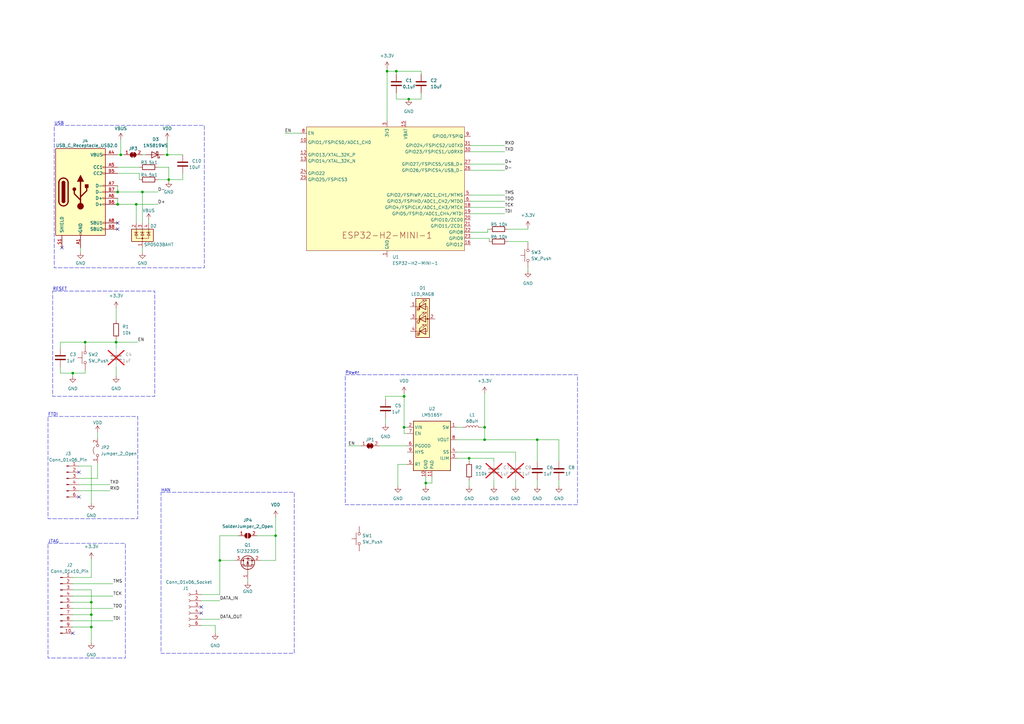
<source format=kicad_sch>
(kicad_sch (version 20230121) (generator eeschema)
  (paper "A3")
  (lib_symbols
    (symbol "Connector:Conn_01x06_Pin" (pin_names (offset 1.016) hide)
      (property "Reference" "J" (at 0 7.62 0))
      (property "Value" "Conn_01x06_Pin" (at 0 -10.16 0))
      (symbol "Conn_01x06_Pin_1_1"
        (polyline (pts (xy 1.27 -7.62) (xy 0.8636 -7.62)) (stroke (width 0.1524)))
        (polyline (pts (xy 1.27 -5.08) (xy 0.8636 -5.08)) (stroke (width 0.1524)))
        (polyline (pts (xy 1.27 -2.54) (xy 0.8636 -2.54)) (stroke (width 0.1524)))
        (polyline (pts (xy 1.27 0) (xy 0.8636 0)) (stroke (width 0.1524)))
        (polyline (pts (xy 1.27 2.54) (xy 0.8636 2.54)) (stroke (width 0.1524)))
        (polyline (pts (xy 1.27 5.08) (xy 0.8636 5.08)) (stroke (width 0.1524)))
        (rectangle (start 0.8636 -7.493) (end 0 -7.747) (stroke (width 0.1524)) (fill (type outline)))
        (rectangle (start 0.8636 -4.953) (end 0 -5.207) (stroke (width 0.1524)) (fill (type outline)))
        (rectangle (start 0.8636 -2.413) (end 0 -2.667) (stroke (width 0.1524)) (fill (type outline)))
        (rectangle (start 0.8636 0.127) (end 0 -0.127) (stroke (width 0.1524)) (fill (type outline)))
        (rectangle (start 0.8636 2.667) (end 0 2.413) (stroke (width 0.1524)) (fill (type outline)))
        (rectangle (start 0.8636 5.207) (end 0 4.953) (stroke (width 0.1524)) (fill (type outline)))
        (pin passive line (at 5.08 5.08 180) (length 3.81) (name "Pin_1") (number "1"))
        (pin passive line (at 5.08 2.54 180) (length 3.81) (name "Pin_2") (number "2"))
        (pin passive line (at 5.08 0 180) (length 3.81) (name "Pin_3") (number "3"))
        (pin passive line (at 5.08 -2.54 180) (length 3.81) (name "Pin_4") (number "4"))
        (pin passive line (at 5.08 -5.08 180) (length 3.81) (name "Pin_5") (number "5"))
        (pin passive line (at 5.08 -7.62 180) (length 3.81) (name "Pin_6") (number "6"))
      )
    )
    (symbol "Connector:Conn_01x06_Socket" (pin_names (offset 1.016) hide)
      (property "Reference" "J" (at 0 7.62 0))
      (property "Value" "Conn_01x06_Socket" (at 0 -10.16 0))
      (symbol "Conn_01x06_Socket_1_1"
        (arc (start 0 -7.112) (mid -0.5058 -7.62) (end 0 -8.128) (stroke (width 0.1524)))
        (arc (start 0 -4.572) (mid -0.5058 -5.08) (end 0 -5.588) (stroke (width 0.1524)))
        (arc (start 0 -2.032) (mid -0.5058 -2.54) (end 0 -3.048) (stroke (width 0.1524)))
        (polyline (pts (xy -1.27 -7.62) (xy -0.508 -7.62)) (stroke (width 0.1524)))
        (polyline (pts (xy -1.27 -5.08) (xy -0.508 -5.08)) (stroke (width 0.1524)))
        (polyline (pts (xy -1.27 -2.54) (xy -0.508 -2.54)) (stroke (width 0.1524)))
        (polyline (pts (xy -1.27 0) (xy -0.508 0)) (stroke (width 0.1524)))
        (polyline (pts (xy -1.27 2.54) (xy -0.508 2.54)) (stroke (width 0.1524)))
        (polyline (pts (xy -1.27 5.08) (xy -0.508 5.08)) (stroke (width 0.1524)))
        (arc (start 0 0.508) (mid -0.5058 0) (end 0 -0.508) (stroke (width 0.1524)))
        (arc (start 0 3.048) (mid -0.5058 2.54) (end 0 2.032) (stroke (width 0.1524)))
        (arc (start 0 5.588) (mid -0.5058 5.08) (end 0 4.572) (stroke (width 0.1524)))
        (pin passive line (at -5.08 5.08 0) (length 3.81) (name "Pin_1") (number "1"))
        (pin passive line (at -5.08 2.54 0) (length 3.81) (name "Pin_2") (number "2"))
        (pin passive line (at -5.08 0 0) (length 3.81) (name "Pin_3") (number "3"))
        (pin passive line (at -5.08 -2.54 0) (length 3.81) (name "Pin_4") (number "4"))
        (pin passive line (at -5.08 -5.08 0) (length 3.81) (name "Pin_5") (number "5"))
        (pin passive line (at -5.08 -7.62 0) (length 3.81) (name "Pin_6") (number "6"))
      )
    )
    (symbol "Connector:Conn_01x10_Pin" (pin_names (offset 1.016) hide)
      (property "Reference" "J" (at 0 12.7 0))
      (property "Value" "Conn_01x10_Pin" (at 0 -15.24 0))
      (symbol "Conn_01x10_Pin_1_1"
        (polyline (pts (xy 1.27 -12.7) (xy 0.8636 -12.7)) (stroke (width 0.1524)))
        (polyline (pts (xy 1.27 -10.16) (xy 0.8636 -10.16)) (stroke (width 0.1524)))
        (polyline (pts (xy 1.27 -7.62) (xy 0.8636 -7.62)) (stroke (width 0.1524)))
        (polyline (pts (xy 1.27 -5.08) (xy 0.8636 -5.08)) (stroke (width 0.1524)))
        (polyline (pts (xy 1.27 -2.54) (xy 0.8636 -2.54)) (stroke (width 0.1524)))
        (polyline (pts (xy 1.27 0) (xy 0.8636 0)) (stroke (width 0.1524)))
        (polyline (pts (xy 1.27 2.54) (xy 0.8636 2.54)) (stroke (width 0.1524)))
        (polyline (pts (xy 1.27 5.08) (xy 0.8636 5.08)) (stroke (width 0.1524)))
        (polyline (pts (xy 1.27 7.62) (xy 0.8636 7.62)) (stroke (width 0.1524)))
        (polyline (pts (xy 1.27 10.16) (xy 0.8636 10.16)) (stroke (width 0.1524)))
        (rectangle (start 0.8636 -12.573) (end 0 -12.827) (stroke (width 0.1524)) (fill (type outline)))
        (rectangle (start 0.8636 -10.033) (end 0 -10.287) (stroke (width 0.1524)) (fill (type outline)))
        (rectangle (start 0.8636 -7.493) (end 0 -7.747) (stroke (width 0.1524)) (fill (type outline)))
        (rectangle (start 0.8636 -4.953) (end 0 -5.207) (stroke (width 0.1524)) (fill (type outline)))
        (rectangle (start 0.8636 -2.413) (end 0 -2.667) (stroke (width 0.1524)) (fill (type outline)))
        (rectangle (start 0.8636 0.127) (end 0 -0.127) (stroke (width 0.1524)) (fill (type outline)))
        (rectangle (start 0.8636 2.667) (end 0 2.413) (stroke (width 0.1524)) (fill (type outline)))
        (rectangle (start 0.8636 5.207) (end 0 4.953) (stroke (width 0.1524)) (fill (type outline)))
        (rectangle (start 0.8636 7.747) (end 0 7.493) (stroke (width 0.1524)) (fill (type outline)))
        (rectangle (start 0.8636 10.287) (end 0 10.033) (stroke (width 0.1524)) (fill (type outline)))
        (pin passive line (at 5.08 10.16 180) (length 3.81) (name "Pin_1") (number "1"))
        (pin passive line (at 5.08 -12.7 180) (length 3.81) (name "Pin_10") (number "10"))
        (pin passive line (at 5.08 7.62 180) (length 3.81) (name "Pin_2") (number "2"))
        (pin passive line (at 5.08 5.08 180) (length 3.81) (name "Pin_3") (number "3"))
        (pin passive line (at 5.08 2.54 180) (length 3.81) (name "Pin_4") (number "4"))
        (pin passive line (at 5.08 0 180) (length 3.81) (name "Pin_5") (number "5"))
        (pin passive line (at 5.08 -2.54 180) (length 3.81) (name "Pin_6") (number "6"))
        (pin passive line (at 5.08 -5.08 180) (length 3.81) (name "Pin_7") (number "7"))
        (pin passive line (at 5.08 -7.62 180) (length 3.81) (name "Pin_8") (number "8"))
        (pin passive line (at 5.08 -10.16 180) (length 3.81) (name "Pin_9") (number "9"))
      )
    )
    (symbol "Connector:USB_C_Receptacle_USB2.0" (pin_names (offset 1.016))
      (property "Reference" "J" (at -10.16 19.05 0))
      (property "Value" "USB_C_Receptacle_USB2.0" (at 19.05 19.05 0))
      (symbol "USB_C_Receptacle_USB2.0_0_0"
        (rectangle (start -0.254 -17.78) (end 0.254 -16.764))
        (rectangle (start 10.16 -14.986) (end 9.144 -15.494))
        (rectangle (start 10.16 -12.446) (end 9.144 -12.954))
        (rectangle (start 10.16 -4.826) (end 9.144 -5.334))
        (rectangle (start 10.16 -2.286) (end 9.144 -2.794))
        (rectangle (start 10.16 0.254) (end 9.144 -0.254))
        (rectangle (start 10.16 2.794) (end 9.144 2.286))
        (rectangle (start 10.16 7.874) (end 9.144 7.366))
        (rectangle (start 10.16 10.414) (end 9.144 9.906))
        (rectangle (start 10.16 15.494) (end 9.144 14.986))
      )
      (symbol "USB_C_Receptacle_USB2.0_0_1"
        (rectangle (start -10.16 17.78) (end 10.16 -17.78) (stroke (width 0.254)) (fill (type background)))
        (arc (start -8.89 -3.81) (mid -6.985 -5.7067) (end -5.08 -3.81) (stroke (width 0.508)))
        (arc (start -7.62 -3.81) (mid -6.985 -4.4423) (end -6.35 -3.81) (stroke (width 0.254)))
        (arc (start -7.62 -3.81) (mid -6.985 -4.4423) (end -6.35 -3.81) (stroke (width 0.254)) (fill (type outline)))
        (rectangle (start -7.62 -3.81) (end -6.35 3.81) (stroke (width 0.254)) (fill (type outline)))
        (arc (start -6.35 3.81) (mid -6.985 4.4423) (end -7.62 3.81) (stroke (width 0.254)))
        (arc (start -6.35 3.81) (mid -6.985 4.4423) (end -7.62 3.81) (stroke (width 0.254)) (fill (type outline)))
        (arc (start -5.08 3.81) (mid -6.985 5.7067) (end -8.89 3.81) (stroke (width 0.508)))
        (circle (center -2.54 1.143) (radius 0.635) (stroke (width 0.254)) (fill (type outline)))
        (circle (center 0 -5.842) (radius 1.27) (fill (type outline)))
        (polyline (pts (xy -8.89 -3.81) (xy -8.89 3.81)) (stroke (width 0.508)))
        (polyline (pts (xy -5.08 3.81) (xy -5.08 -3.81)) (stroke (width 0.508)))
        (polyline (pts (xy 0 -5.842) (xy 0 4.318)) (stroke (width 0.508)))
        (polyline (pts (xy 0 -3.302) (xy -2.54 -0.762) (xy -2.54 0.508)) (stroke (width 0.508)))
        (polyline (pts (xy 0 -2.032) (xy 2.54 0.508) (xy 2.54 1.778)) (stroke (width 0.508)))
        (polyline (pts (xy -1.27 4.318) (xy 0 6.858) (xy 1.27 4.318) (xy -1.27 4.318)) (stroke (width 0.254)) (fill (type outline)))
        (rectangle (start 1.905 1.778) (end 3.175 3.048) (stroke (width 0.254)) (fill (type outline)))
      )
      (symbol "USB_C_Receptacle_USB2.0_1_1"
        (pin passive line (at 0 -22.86 90) (length 5.08) (name "GND") (number "A1"))
        (pin passive line (at 0 -22.86 90) (length 5.08) hide (name "GND") (number "A12"))
        (pin passive line (at 15.24 15.24 180) (length 5.08) (name "VBUS") (number "A4"))
        (pin bidirectional line (at 15.24 10.16 180) (length 5.08) (name "CC1") (number "A5"))
        (pin bidirectional line (at 15.24 -2.54 180) (length 5.08) (name "D+") (number "A6"))
        (pin bidirectional line (at 15.24 2.54 180) (length 5.08) (name "D-") (number "A7"))
        (pin bidirectional line (at 15.24 -12.7 180) (length 5.08) (name "SBU1") (number "A8"))
        (pin passive line (at 15.24 15.24 180) (length 5.08) hide (name "VBUS") (number "A9"))
        (pin passive line (at 0 -22.86 90) (length 5.08) hide (name "GND") (number "B1"))
        (pin passive line (at 0 -22.86 90) (length 5.08) hide (name "GND") (number "B12"))
        (pin passive line (at 15.24 15.24 180) (length 5.08) hide (name "VBUS") (number "B4"))
        (pin bidirectional line (at 15.24 7.62 180) (length 5.08) (name "CC2") (number "B5"))
        (pin bidirectional line (at 15.24 -5.08 180) (length 5.08) (name "D+") (number "B6"))
        (pin bidirectional line (at 15.24 0 180) (length 5.08) (name "D-") (number "B7"))
        (pin bidirectional line (at 15.24 -15.24 180) (length 5.08) (name "SBU2") (number "B8"))
        (pin passive line (at 15.24 15.24 180) (length 5.08) hide (name "VBUS") (number "B9"))
        (pin passive line (at -7.62 -22.86 90) (length 5.08) (name "SHIELD") (number "S1"))
      )
    )
    (symbol "Device:C" (pin_numbers hide) (pin_names (offset 0.254))
      (property "Reference" "C" (at 0.635 2.54 0))
      (property "Value" "C" (at 0.635 -2.54 0))
      (symbol "C_0_1"
        (polyline (pts (xy -2.032 -0.762) (xy 2.032 -0.762)) (stroke (width 0.508)))
        (polyline (pts (xy -2.032 0.762) (xy 2.032 0.762)) (stroke (width 0.508)))
      )
      (symbol "C_1_1"
        (pin passive line (at 0 3.81 270) (length 2.794) (name "~") (number "1"))
        (pin passive line (at 0 -3.81 90) (length 2.794) (name "~") (number "2"))
      )
    )
    (symbol "Device:L" (pin_numbers hide) (pin_names (offset 1.016) hide)
      (property "Reference" "L" (at -1.27 0 90))
      (property "Value" "L" (at 1.905 0 90))
      (symbol "L_0_1"
        (arc (start 0 -2.54) (mid 0.6323 -1.905) (end 0 -1.27))
        (arc (start 0 -1.27) (mid 0.6323 -0.635) (end 0 0))
        (arc (start 0 0) (mid 0.6323 0.635) (end 0 1.27))
        (arc (start 0 1.27) (mid 0.6323 1.905) (end 0 2.54))
      )
      (symbol "L_1_1"
        (pin passive line (at 0 3.81 270) (length 1.27) (name "1") (number "1"))
        (pin passive line (at 0 -3.81 90) (length 1.27) (name "2") (number "2"))
      )
    )
    (symbol "Device:LED_RAGB" (pin_names (offset 0) hide)
      (property "Reference" "D" (at 0 9.398 0))
      (property "Value" "LED_RAGB" (at 0 -8.89 0))
      (symbol "LED_RAGB_0_0"
        (text "B" (at -1.905 -6.35 0) (effects (font (size 1.27 1.27))))
        (text "G" (at -1.905 -1.27 0) (effects (font (size 1.27 1.27))))
        (text "R" (at -1.905 3.81 0) (effects (font (size 1.27 1.27))))
      )
      (symbol "LED_RAGB_0_1"
        (polyline (pts (xy -1.27 -5.08) (xy -2.54 -5.08)))
        (polyline (pts (xy -1.27 -5.08) (xy 1.27 -5.08)))
        (polyline (pts (xy -1.27 -3.81) (xy -1.27 -6.35)) (stroke (width 0.254)))
        (polyline (pts (xy -1.27 0) (xy -2.54 0)))
        (polyline (pts (xy -1.27 1.27) (xy -1.27 -1.27)) (stroke (width 0.254)))
        (polyline (pts (xy -1.27 5.08) (xy -2.54 5.08)))
        (polyline (pts (xy -1.27 5.08) (xy 1.27 5.08)))
        (polyline (pts (xy -1.27 6.35) (xy -1.27 3.81)) (stroke (width 0.254)))
        (polyline (pts (xy 1.27 0) (xy -1.27 0)))
        (polyline (pts (xy 1.27 0) (xy 2.54 0)))
        (polyline (pts (xy -1.27 1.27) (xy -1.27 -1.27) (xy -1.27 -1.27)))
        (polyline (pts (xy -1.27 6.35) (xy -1.27 3.81) (xy -1.27 3.81)))
        (polyline (pts (xy 1.27 -5.08) (xy 2.032 -5.08) (xy 2.032 5.08) (xy 1.27 5.08)))
        (polyline (pts (xy 1.27 -3.81) (xy 1.27 -6.35) (xy -1.27 -5.08) (xy 1.27 -3.81)) (stroke (width 0.254)))
        (polyline (pts (xy 1.27 1.27) (xy 1.27 -1.27) (xy -1.27 0) (xy 1.27 1.27)) (stroke (width 0.254)))
        (polyline (pts (xy 1.27 6.35) (xy 1.27 3.81) (xy -1.27 5.08) (xy 1.27 6.35)) (stroke (width 0.254)))
        (polyline (pts (xy -1.016 -3.81) (xy 0.508 -2.286) (xy -0.254 -2.286) (xy 0.508 -2.286) (xy 0.508 -3.048)))
        (polyline (pts (xy -1.016 1.27) (xy 0.508 2.794) (xy -0.254 2.794) (xy 0.508 2.794) (xy 0.508 2.032)))
        (polyline (pts (xy -1.016 6.35) (xy 0.508 7.874) (xy -0.254 7.874) (xy 0.508 7.874) (xy 0.508 7.112)))
        (polyline (pts (xy 0 -3.81) (xy 1.524 -2.286) (xy 0.762 -2.286) (xy 1.524 -2.286) (xy 1.524 -3.048)))
        (polyline (pts (xy 0 1.27) (xy 1.524 2.794) (xy 0.762 2.794) (xy 1.524 2.794) (xy 1.524 2.032)))
        (polyline (pts (xy 0 6.35) (xy 1.524 7.874) (xy 0.762 7.874) (xy 1.524 7.874) (xy 1.524 7.112)))
        (rectangle (start 1.27 -1.27) (end 1.27 1.27))
        (rectangle (start 1.27 1.27) (end 1.27 1.27))
        (rectangle (start 1.27 3.81) (end 1.27 6.35))
        (rectangle (start 1.27 6.35) (end 1.27 6.35))
        (circle (center 2.032 0) (radius 0.254) (fill (type outline)))
        (rectangle (start 2.794 8.382) (end -2.794 -7.62) (stroke (width 0.254)) (fill (type background)))
      )
      (symbol "LED_RAGB_1_1"
        (pin passive line (at -5.08 5.08 0) (length 2.54) (name "RK") (number "1"))
        (pin passive line (at 5.08 0 180) (length 2.54) (name "A") (number "2"))
        (pin passive line (at -5.08 0 0) (length 2.54) (name "GK") (number "3"))
        (pin passive line (at -5.08 -5.08 0) (length 2.54) (name "BK") (number "4"))
      )
    )
    (symbol "Device:R" (pin_numbers hide) (pin_names (offset 0))
      (property "Reference" "R" (at 2.032 0 90))
      (property "Value" "R" (at 0 0 90))
      (symbol "R_0_1"
        (rectangle (start -1.016 -2.54) (end 1.016 2.54) (stroke (width 0.254)))
      )
      (symbol "R_1_1"
        (pin passive line (at 0 3.81 270) (length 1.27) (name "~") (number "1"))
        (pin passive line (at 0 -3.81 90) (length 1.27) (name "~") (number "2"))
      )
    )
    (symbol "Diode:1N5819WS" (pin_numbers hide) (pin_names (offset 1.016) hide)
      (property "Reference" "D" (at 0 2.54 0))
      (property "Value" "1N5819WS" (at 0 -2.54 0))
      (symbol "1N5819WS_0_1"
        (polyline (pts (xy 1.27 0) (xy -1.27 0)))
        (polyline (pts (xy 1.27 1.27) (xy 1.27 -1.27) (xy -1.27 0) (xy 1.27 1.27)) (stroke (width 0.254)))
        (polyline (pts (xy -1.905 0.635) (xy -1.905 1.27) (xy -1.27 1.27) (xy -1.27 -1.27) (xy -0.635 -1.27) (xy -0.635 -0.635)) (stroke (width 0.254)))
      )
      (symbol "1N5819WS_1_1"
        (pin passive line (at -3.81 0 0) (length 2.54) (name "K") (number "1"))
        (pin passive line (at 3.81 0 180) (length 2.54) (name "A") (number "2"))
      )
    )
    (symbol "Jumper:Jumper_2_Open" (pin_names (offset 0) hide)
      (property "Reference" "JP" (at 0 2.794 0))
      (property "Value" "Jumper_2_Open" (at 0 -2.286 0))
      (symbol "Jumper_2_Open_0_0"
        (circle (center -2.032 0) (radius 0.508))
        (circle (center 2.032 0) (radius 0.508))
      )
      (symbol "Jumper_2_Open_0_1"
        (arc (start 1.524 1.27) (mid 0 1.778) (end -1.524 1.27))
      )
      (symbol "Jumper_2_Open_1_1"
        (pin passive line (at -5.08 0 0) (length 2.54) (name "A") (number "1"))
        (pin passive line (at 5.08 0 180) (length 2.54) (name "B") (number "2"))
      )
    )
    (symbol "Jumper:SolderJumper_2_Bridged" (pin_names (offset 0) hide)
      (property "Reference" "JP" (at 0 2.032 0))
      (property "Value" "SolderJumper_2_Bridged" (at 0 -2.54 0))
      (symbol "SolderJumper_2_Bridged_0_1"
        (rectangle (start -0.508 0.508) (end 0.508 -0.508) (fill (type outline)))
        (arc (start -0.254 1.016) (mid -1.2656 0) (end -0.254 -1.016))
        (arc (start -0.254 1.016) (mid -1.2656 0) (end -0.254 -1.016) (fill (type outline)))
        (polyline (pts (xy -0.254 1.016) (xy -0.254 -1.016)))
        (polyline (pts (xy 0.254 1.016) (xy 0.254 -1.016)))
        (arc (start 0.254 -1.016) (mid 1.2656 0) (end 0.254 1.016))
        (arc (start 0.254 -1.016) (mid 1.2656 0) (end 0.254 1.016) (fill (type outline)))
      )
      (symbol "SolderJumper_2_Bridged_1_1"
        (pin passive line (at -3.81 0 0) (length 2.54) (name "A") (number "1"))
        (pin passive line (at 3.81 0 180) (length 2.54) (name "B") (number "2"))
      )
    )
    (symbol "Jumper:SolderJumper_2_Open" (pin_names (offset 0) hide)
      (property "Reference" "JP" (at 0 2.032 0))
      (property "Value" "SolderJumper_2_Open" (at 0 -2.54 0))
      (symbol "SolderJumper_2_Open_0_1"
        (arc (start -0.254 1.016) (mid -1.2656 0) (end -0.254 -1.016))
        (arc (start -0.254 1.016) (mid -1.2656 0) (end -0.254 -1.016) (fill (type outline)))
        (polyline (pts (xy -0.254 1.016) (xy -0.254 -1.016)))
        (polyline (pts (xy 0.254 1.016) (xy 0.254 -1.016)))
        (arc (start 0.254 -1.016) (mid 1.2656 0) (end 0.254 1.016))
        (arc (start 0.254 -1.016) (mid 1.2656 0) (end 0.254 1.016) (fill (type outline)))
      )
      (symbol "SolderJumper_2_Open_1_1"
        (pin passive line (at -3.81 0 0) (length 2.54) (name "A") (number "1"))
        (pin passive line (at 3.81 0 180) (length 2.54) (name "B") (number "2"))
      )
    )
    (symbol "PCM_Espressif:ESP32-H2-MINI-1"
      (property "Reference" "U" (at -33.02 30.48 0))
      (property "Value" "ESP32-H2-MINI-1" (at -33.02 27.94 0))
      (symbol "ESP32-H2-MINI-1_0_1"
        (rectangle (start -33.02 25.4) (end 31.75 -25.4) (fill (type background)))
      )
      (symbol "ESP32-H2-MINI-1_1_0"
        (text "ESP32-H2-MINI-1" (at 0 -19.05 0) (effects (font (size 2.54 2.54))))
        (pin bidirectional line (at -35.56 19.05 0) (length 2.54) (name "GPIO1/FSPICS0/ADC1_CH0") (number "10"))
        (pin no_connect line (at -35.56 -13.97 0) (length 2.54) hide (name "NC") (number "17"))
        (pin bidirectional line (at -35.56 6.35 0) (length 2.54) (name "GPIO22") (number "24"))
        (pin bidirectional line (at -35.56 3.81 0) (length 2.54) (name "GPIO25/FSPICS3") (number "25"))
        (pin no_connect line (at -35.56 -13.97 0) (length 2.54) hide (name "NC") (number "28"))
        (pin no_connect line (at -35.56 -13.97 0) (length 2.54) hide (name "NC") (number "29"))
        (pin no_connect line (at -35.56 -13.97 0) (length 2.54) hide (name "NC") (number "32"))
        (pin no_connect line (at -35.56 -13.97 0) (length 2.54) hide (name "NC") (number "33"))
        (pin no_connect line (at -35.56 -13.97 0) (length 2.54) hide (name "NC") (number "34"))
        (pin no_connect line (at -35.56 -13.97 0) (length 2.54) hide (name "NC") (number "35"))
        (pin no_connect line (at -35.56 -13.97 0) (length 2.54) hide (name "NC") (number "4"))
        (pin no_connect line (at -35.56 -13.97 0) (length 2.54) hide (name "NC") (number "7"))
        (pin bidirectional line (at 34.29 21.59 180) (length 2.54) (name "GPIO0/FSPIQ") (number "9"))
      )
      (symbol "ESP32-H2-MINI-1_1_1"
        (pin power_in line (at 0 -27.94 90) (length 2.54) (name "GND") (number "1"))
        (pin passive line (at 0 -27.94 90) (length 2.54) hide (name "GND") (number "11"))
        (pin bidirectional line (at -35.56 13.97 0) (length 2.54) (name "GPIO13/XTAL_32K_P") (number "12"))
        (pin bidirectional line (at -35.56 11.43 0) (length 2.54) (name "GPIO14/XTAL_32K_N") (number "13"))
        (pin passive line (at 0 -27.94 90) (length 2.54) hide (name "GND") (number "14"))
        (pin input line (at 7.62 27.94 270) (length 2.54) (name "VBAT") (number "15"))
        (pin bidirectional line (at 34.29 -22.86 180) (length 2.54) (name "GPIO12") (number "16"))
        (pin bidirectional line (at 34.29 -7.62 180) (length 2.54) (name "GPIO4/FSPICLK/ADC1_CH3/MTCK") (number "18"))
        (pin bidirectional line (at 34.29 -10.16 180) (length 2.54) (name "GPIO5/FSPID/ADC1_CH4/MTDI") (number "19"))
        (pin passive line (at 0 -27.94 90) (length 2.54) hide (name "GND") (number "2"))
        (pin bidirectional line (at 34.29 -12.7 180) (length 2.54) (name "GPIO10/ZCD0") (number "20"))
        (pin bidirectional line (at 34.29 -15.24 180) (length 2.54) (name "GPIO11/ZCD1") (number "21"))
        (pin bidirectional line (at 34.29 -17.78 180) (length 2.54) (name "GPIO8") (number "22"))
        (pin bidirectional line (at 34.29 -20.32 180) (length 2.54) (name "GPIO9") (number "23"))
        (pin bidirectional line (at 34.29 7.62 180) (length 2.54) (name "GPIO26/FSPICS4/USB_D-") (number "26"))
        (pin bidirectional line (at 34.29 10.16 180) (length 2.54) (name "GPIO27/FSPICS5/USB_D+") (number "27"))
        (pin power_in line (at 0 27.94 270) (length 2.54) (name "3V3") (number "3"))
        (pin bidirectional line (at 34.29 15.24 180) (length 2.54) (name "GPIO23/FSPICS1/U0RXD") (number "30"))
        (pin bidirectional line (at 34.29 17.78 180) (length 2.54) (name "GPIO24/FSPICS2/U0TXD") (number "31"))
        (pin passive line (at 0 -27.94 90) (length 2.54) hide (name "GND") (number "36"))
        (pin passive line (at 0 -27.94 90) (length 2.54) hide (name "GND") (number "37"))
        (pin passive line (at 0 -27.94 90) (length 2.54) hide (name "GND") (number "38"))
        (pin passive line (at 0 -27.94 90) (length 2.54) hide (name "GND") (number "39"))
        (pin passive line (at 0 -27.94 90) (length 2.54) hide (name "GND") (number "40"))
        (pin passive line (at 0 -27.94 90) (length 2.54) hide (name "GND") (number "41"))
        (pin passive line (at 0 -27.94 90) (length 2.54) hide (name "GND") (number "42"))
        (pin passive line (at 0 -27.94 90) (length 2.54) hide (name "GND") (number "43"))
        (pin passive line (at 0 -27.94 90) (length 2.54) hide (name "GND") (number "44"))
        (pin passive line (at 0 -27.94 90) (length 2.54) hide (name "GND") (number "45"))
        (pin passive line (at 0 -27.94 90) (length 2.54) hide (name "GND") (number "46"))
        (pin passive line (at 0 -27.94 90) (length 2.54) hide (name "GND") (number "47"))
        (pin passive line (at 0 -27.94 90) (length 2.54) hide (name "GND") (number "48"))
        (pin passive line (at 0 -27.94 90) (length 2.54) hide (name "GND") (number "49"))
        (pin bidirectional line (at 34.29 -2.54 180) (length 2.54) (name "GPIO2/FSPIWP/ADC1_CH1/MTMS") (number "5"))
        (pin passive line (at 0 -27.94 90) (length 2.54) hide (name "GND") (number "50"))
        (pin passive line (at 0 -27.94 90) (length 2.54) hide (name "GND") (number "51"))
        (pin passive line (at 0 -27.94 90) (length 2.54) hide (name "GND") (number "52"))
        (pin passive line (at 0 -27.94 90) (length 2.54) hide (name "GND") (number "53"))
        (pin bidirectional line (at 34.29 -5.08 180) (length 2.54) (name "GPIO3/FSPIHD/ADC1_CH2/MTDO") (number "6"))
        (pin input line (at -35.56 22.86 0) (length 2.54) (name "EN") (number "8"))
      )
    )
    (symbol "Power_Protection:SP0503BAHT" (pin_names hide)
      (property "Reference" "D" (at 5.715 2.54 0))
      (property "Value" "SP0503BAHT" (at 5.715 0.635 0))
      (symbol "SP0503BAHT_0_0"
        (pin passive line (at 0 -5.08 90) (length 2.54) (name "A") (number "1"))
      )
      (symbol "SP0503BAHT_0_1"
        (rectangle (start -4.445 2.54) (end 4.445 -2.54) (stroke (width 0.254)) (fill (type background)))
        (circle (center 0 -1.27) (radius 0.254) (fill (type outline)))
        (polyline (pts (xy -2.54 2.54) (xy -2.54 1.27)))
        (polyline (pts (xy 0 -1.27) (xy 0 -2.54)))
        (polyline (pts (xy 0 -1.27) (xy 0 1.27)))
        (polyline (pts (xy 0 2.54) (xy 0 1.27)))
        (polyline (pts (xy 0.635 1.27) (xy 0.762 1.27)))
        (polyline (pts (xy 2.54 2.54) (xy 2.54 1.27)))
        (polyline (pts (xy 0.635 1.27) (xy -0.762 1.27) (xy -0.762 1.016)))
        (polyline (pts (xy -3.302 1.016) (xy -3.302 1.27) (xy -1.905 1.27) (xy -1.778 1.27)))
        (polyline (pts (xy -2.54 1.27) (xy -2.54 -1.27) (xy 2.54 -1.27) (xy 2.54 1.27)))
        (polyline (pts (xy -2.54 1.27) (xy -1.905 0) (xy -3.175 0) (xy -2.54 1.27)))
        (polyline (pts (xy 0.635 0) (xy -0.635 0) (xy 0 1.27) (xy 0.635 0)))
        (polyline (pts (xy 1.778 1.016) (xy 1.778 1.27) (xy 3.175 1.27) (xy 3.302 1.27)))
        (polyline (pts (xy 2.54 1.27) (xy 1.905 0) (xy 3.175 0) (xy 2.54 1.27)))
      )
      (symbol "SP0503BAHT_1_1"
        (pin passive line (at -2.54 5.08 270) (length 2.54) (name "K") (number "2"))
        (pin passive line (at 0 5.08 270) (length 2.54) (name "K") (number "3"))
        (pin passive line (at 2.54 5.08 270) (length 2.54) (name "K") (number "4"))
      )
    )
    (symbol "Regulator_Switching:LM5165Y"
      (property "Reference" "U" (at -7.62 11.43 0))
      (property "Value" "LM5165Y" (at 7.62 11.43 0))
      (symbol "LM5165Y_0_1"
        (rectangle (start -7.62 10.16) (end 7.62 -10.16) (stroke (width 0.254)) (fill (type background)))
      )
      (symbol "LM5165Y_1_1"
        (pin power_out line (at 10.16 7.62 180) (length 2.54) (name "SW") (number "1"))
        (pin power_in line (at -2.54 -12.7 90) (length 2.54) (name "GND") (number "10"))
        (pin power_in line (at 0 -12.7 90) (length 2.54) (name "PAD") (number "11"))
        (pin power_in line (at -10.16 7.62 0) (length 2.54) (name "VIN") (number "2"))
        (pin input line (at 10.16 -5.08 180) (length 2.54) (name "ILIM") (number "3"))
        (pin input line (at 10.16 -2.54 180) (length 2.54) (name "SS") (number "4"))
        (pin input line (at -10.16 -7.62 0) (length 2.54) (name "RT") (number "5"))
        (pin output line (at -10.16 0 0) (length 2.54) (name "PGOOD") (number "6"))
        (pin input line (at -10.16 5.08 0) (length 2.54) (name "EN") (number "7"))
        (pin input line (at 10.16 2.54 180) (length 2.54) (name "VOUT") (number "8"))
        (pin output line (at -10.16 -2.54 0) (length 2.54) (name "HYS") (number "9"))
      )
    )
    (symbol "Switch:SW_Push" (pin_numbers hide) (pin_names (offset 1.016) hide)
      (property "Reference" "SW" (at 1.27 2.54 0))
      (property "Value" "SW_Push" (at 0 -1.524 0))
      (symbol "SW_Push_0_1"
        (circle (center -2.032 0) (radius 0.508))
        (polyline (pts (xy 0 1.27) (xy 0 3.048)))
        (polyline (pts (xy 2.54 1.27) (xy -2.54 1.27)))
        (circle (center 2.032 0) (radius 0.508))
        (pin passive line (at -5.08 0 0) (length 2.54) (name "1") (number "1"))
        (pin passive line (at 5.08 0 180) (length 2.54) (name "2") (number "2"))
      )
    )
    (symbol "power:+3.3V" (power) (pin_names (offset 0))
      (property "Value" "+3.3V" (at 0 3.556 0))
      (symbol "+3.3V_0_1"
        (polyline (pts (xy -0.762 1.27) (xy 0 2.54)))
        (polyline (pts (xy 0 0) (xy 0 2.54)))
        (polyline (pts (xy 0 2.54) (xy 0.762 1.27)))
      )
      (symbol "+3.3V_1_1"
        (pin power_in line (at 0 0 90) (length 0) hide (name "+3.3V") (number "1"))
      )
    )
    (symbol "power:GND" (power) (pin_names (offset 0))
      (property "Value" "GND" (at 0 -3.81 0))
      (symbol "GND_0_1"
        (polyline (pts (xy 0 0) (xy 0 -1.27) (xy 1.27 -1.27) (xy 0 -2.54) (xy -1.27 -1.27) (xy 0 -1.27)))
      )
      (symbol "GND_1_1"
        (pin power_in line (at 0 0 270) (length 0) hide (name "GND") (number "1"))
      )
    )
    (symbol "power:VBUS" (power) (pin_names (offset 0))
      (property "Value" "VBUS" (at 0 3.81 0))
      (symbol "VBUS_0_1"
        (polyline (pts (xy -0.762 1.27) (xy 0 2.54)))
        (polyline (pts (xy 0 0) (xy 0 2.54)))
        (polyline (pts (xy 0 2.54) (xy 0.762 1.27)))
      )
      (symbol "VBUS_1_1"
        (pin power_in line (at 0 0 90) (length 0) hide (name "VBUS") (number "1"))
      )
    )
    (symbol "power:VDD" (power) (pin_names (offset 0))
      (property "Value" "VDD" (at 0 3.81 0))
      (symbol "VDD_0_1"
        (polyline (pts (xy -0.762 1.27) (xy 0 2.54)))
        (polyline (pts (xy 0 0) (xy 0 2.54)))
        (polyline (pts (xy 0 2.54) (xy 0.762 1.27)))
      )
      (symbol "VDD_1_1"
        (pin power_in line (at 0 0 90) (length 0) hide (name "VDD") (number "1"))
      )
    )
    (symbol "zk:Si2323DS" (pin_names hide)
      (property "Reference" "Q" (at 5.08 1.905 0))
      (property "Value" "Si2323DS" (at 5.08 0 0))
      (symbol "Si2323DS_0_1"
        (polyline (pts (xy 0.254 0) (xy -2.54 0)))
        (polyline (pts (xy 0.254 1.905) (xy 0.254 -1.905)) (stroke (width 0.254)))
        (polyline (pts (xy 0.762 -1.27) (xy 0.762 -2.286)) (stroke (width 0.254)))
        (polyline (pts (xy 0.762 0.508) (xy 0.762 -0.508)) (stroke (width 0.254)))
        (polyline (pts (xy 0.762 2.286) (xy 0.762 1.27)) (stroke (width 0.254)))
        (polyline (pts (xy 2.54 2.54) (xy 2.54 1.778)))
        (polyline (pts (xy 2.54 -2.54) (xy 2.54 0) (xy 0.762 0)))
        (polyline (pts (xy 0.762 1.778) (xy 3.302 1.778) (xy 3.302 -1.778) (xy 0.762 -1.778)))
        (polyline (pts (xy 2.286 0) (xy 1.27 0.381) (xy 1.27 -0.381) (xy 2.286 0)) (fill (type outline)))
        (polyline (pts (xy 2.794 -0.508) (xy 2.921 -0.381) (xy 3.683 -0.381) (xy 3.81 -0.254)))
        (polyline (pts (xy 3.302 -0.381) (xy 2.921 0.254) (xy 3.683 0.254) (xy 3.302 -0.381)))
        (circle (center 1.651 0) (radius 2.794) (stroke (width 0.254)))
        (circle (center 2.54 -1.778) (radius 0.254) (fill (type outline)))
        (circle (center 2.54 1.778) (radius 0.254) (fill (type outline)))
      )
      (symbol "Si2323DS_1_1"
        (pin input line (at -5.08 0 0) (length 2.54) (name "G") (number "1"))
        (pin passive line (at 2.54 -5.08 90) (length 2.54) (name "S") (number "2"))
        (pin passive line (at 2.54 5.08 270) (length 2.54) (name "D") (number "3"))
      )
    )
  )
  (junction (at 158.75 29.21))
  (junction (at 90.17 229.87))
  (junction (at 69.215 73.66))
  (junction (at 113.03 219.71))
  (junction (at 167.64 40.64))
  (junction (at 47.625 140.335))
  (junction (at 165.735 175.26))
  (junction (at 34.925 140.335))
  (junction (at 198.755 175.26))
  (junction (at 174.625 198.12))
  (junction (at 58.42 78.74))
  (junction (at 198.755 180.34))
  (junction (at 68.58 63.5))
  (junction (at 29.845 153.035))
  (junction (at 55.88 83.82))
  (junction (at 48.26 78.74))
  (junction (at 37.465 257.175))
  (junction (at 165.735 162.56))
  (junction (at 192.405 187.96))
  (junction (at 37.465 252.095))
  (junction (at 162.56 29.21))
  (junction (at 49.53 63.5))
  (junction (at 48.26 83.82))
  (junction (at 220.345 180.34))
  (junction (at 37.465 247.015))
  (no_connect (at 25.4 101.6))
  (no_connect (at 82.55 248.92))
  (no_connect (at 29.845 259.715))
  (no_connect (at 82.55 251.46))
  (no_connect (at 32.385 193.675))
  (no_connect (at 32.385 203.835))
  (no_connect (at 48.26 91.44))
  (no_connect (at 48.26 93.98))
  (wire (pts (xy 187.325 185.42) (xy 211.455 185.42)))
  (wire (pts (xy 101.6 237.49) (xy 101.6 238.76)))
  (wire (pts (xy 58.42 78.74) (xy 58.42 91.44)))
  (wire (pts (xy 193.04 69.85) (xy 207.01 69.85)))
  (wire (pts (xy 24.765 142.875) (xy 24.765 140.335)))
  (wire (pts (xy 198.755 161.29) (xy 198.755 175.26)))
  (wire (pts (xy 193.04 85.09) (xy 207.01 85.09)))
  (wire (pts (xy 155.575 182.88) (xy 167.005 182.88)))
  (wire (pts (xy 192.405 187.96) (xy 192.405 189.23)))
  (wire (pts (xy 60.96 90.17) (xy 60.96 91.44)))
  (wire (pts (xy 113.03 219.71) (xy 113.03 212.09)))
  (wire (pts (xy 47.625 140.335) (xy 56.515 140.335)))
  (wire (pts (xy 177.165 198.12) (xy 174.625 198.12)))
  (wire (pts (xy 220.345 180.34) (xy 229.235 180.34)))
  (wire (pts (xy 58.42 78.74) (xy 64.77 78.74)))
  (wire (pts (xy 82.55 243.84) (xy 90.17 243.84)))
  (wire (pts (xy 162.56 29.21) (xy 162.56 30.48)))
  (wire (pts (xy 158.115 162.56) (xy 165.735 162.56)))
  (wire (pts (xy 163.195 190.5) (xy 163.195 199.39)))
  (wire (pts (xy 37.465 252.095) (xy 37.465 257.175)))
  (wire (pts (xy 47.625 126.365) (xy 47.625 131.445)))
  (wire (pts (xy 200.025 93.98) (xy 200.025 95.25)))
  (wire (pts (xy 192.405 196.85) (xy 192.405 199.39)))
  (wire (pts (xy 32.385 201.295) (xy 45.085 201.295)))
  (wire (pts (xy 29.845 257.175) (xy 37.465 257.175)))
  (wire (pts (xy 24.765 140.335) (xy 34.925 140.335)))
  (wire (pts (xy 172.72 38.1) (xy 172.72 40.64)))
  (wire (pts (xy 33.02 101.6) (xy 33.02 103.505)))
  (wire (pts (xy 34.925 153.035) (xy 34.925 151.765)))
  (wire (pts (xy 67.31 63.5) (xy 68.58 63.5)))
  (wire (pts (xy 74.93 71.12) (xy 74.93 73.66)))
  (wire (pts (xy 216.535 93.345) (xy 216.535 93.98)))
  (wire (pts (xy 202.565 189.23) (xy 202.565 187.96)))
  (wire (pts (xy 216.535 99.695) (xy 216.535 99.06)))
  (wire (pts (xy 49.53 57.15) (xy 49.53 63.5)))
  (wire (pts (xy 29.845 153.035) (xy 34.925 153.035)))
  (wire (pts (xy 220.345 180.34) (xy 220.345 189.23)))
  (wire (pts (xy 158.115 171.45) (xy 158.115 173.99)))
  (wire (pts (xy 193.04 59.69) (xy 207.01 59.69)))
  (wire (pts (xy 193.04 80.01) (xy 207.01 80.01)))
  (wire (pts (xy 211.455 196.85) (xy 211.455 199.39)))
  (wire (pts (xy 40.005 196.215) (xy 40.005 189.865)))
  (wire (pts (xy 142.875 182.88) (xy 147.955 182.88)))
  (wire (pts (xy 216.535 109.855) (xy 216.535 111.125)))
  (wire (pts (xy 162.56 40.64) (xy 167.64 40.64)))
  (wire (pts (xy 32.385 191.135) (xy 37.465 191.135)))
  (wire (pts (xy 198.755 175.26) (xy 197.485 175.26)))
  (wire (pts (xy 187.325 180.34) (xy 198.755 180.34)))
  (wire (pts (xy 48.26 81.28) (xy 48.26 83.82)))
  (wire (pts (xy 32.385 196.215) (xy 40.005 196.215)))
  (wire (pts (xy 40.005 177.165) (xy 40.005 179.705)))
  (wire (pts (xy 29.845 252.095) (xy 37.465 252.095)))
  (wire (pts (xy 64.77 73.66) (xy 69.215 73.66)))
  (wire (pts (xy 37.465 241.935) (xy 37.465 247.015)))
  (wire (pts (xy 172.72 29.21) (xy 162.56 29.21)))
  (wire (pts (xy 37.465 191.135) (xy 37.465 206.375)))
  (wire (pts (xy 90.17 229.87) (xy 96.52 229.87)))
  (wire (pts (xy 172.72 40.64) (xy 167.64 40.64)))
  (wire (pts (xy 220.345 196.85) (xy 220.345 199.39)))
  (wire (pts (xy 32.385 198.755) (xy 45.085 198.755)))
  (wire (pts (xy 82.55 246.38) (xy 90.17 246.38)))
  (wire (pts (xy 48.26 78.74) (xy 58.42 78.74)))
  (wire (pts (xy 82.55 256.54) (xy 88.265 256.54)))
  (wire (pts (xy 29.845 249.555) (xy 46.355 249.555)))
  (wire (pts (xy 193.04 67.31) (xy 207.01 67.31)))
  (wire (pts (xy 193.04 97.79) (xy 200.66 97.79)))
  (wire (pts (xy 198.755 180.34) (xy 220.345 180.34)))
  (wire (pts (xy 47.625 139.065) (xy 47.625 140.335)))
  (wire (pts (xy 58.42 63.5) (xy 59.69 63.5)))
  (wire (pts (xy 29.845 247.015) (xy 37.465 247.015)))
  (wire (pts (xy 48.26 71.12) (xy 57.15 71.12)))
  (wire (pts (xy 34.925 140.335) (xy 47.625 140.335)))
  (wire (pts (xy 216.535 99.06) (xy 208.28 99.06)))
  (wire (pts (xy 29.845 241.935) (xy 37.465 241.935)))
  (wire (pts (xy 167.005 175.26) (xy 165.735 175.26)))
  (wire (pts (xy 68.58 63.5) (xy 68.58 57.15)))
  (wire (pts (xy 55.88 83.82) (xy 55.88 91.44)))
  (wire (pts (xy 167.005 177.8) (xy 165.735 177.8)))
  (wire (pts (xy 165.735 162.56) (xy 165.735 161.29)))
  (wire (pts (xy 193.04 87.63) (xy 207.01 87.63)))
  (wire (pts (xy 47.625 140.335) (xy 47.625 142.875)))
  (wire (pts (xy 24.765 153.035) (xy 29.845 153.035)))
  (wire (pts (xy 116.84 54.61) (xy 123.19 54.61)))
  (wire (pts (xy 158.75 29.21) (xy 158.75 49.53)))
  (wire (pts (xy 193.04 82.55) (xy 207.01 82.55)))
  (wire (pts (xy 90.17 219.71) (xy 90.17 229.87)))
  (wire (pts (xy 216.535 93.98) (xy 208.28 93.98)))
  (wire (pts (xy 90.17 243.84) (xy 90.17 229.87)))
  (wire (pts (xy 37.465 236.855) (xy 37.465 229.235)))
  (wire (pts (xy 211.455 185.42) (xy 211.455 189.23)))
  (wire (pts (xy 97.79 219.71) (xy 90.17 219.71)))
  (wire (pts (xy 48.26 63.5) (xy 49.53 63.5)))
  (wire (pts (xy 165.735 175.26) (xy 165.735 162.56)))
  (wire (pts (xy 172.72 30.48) (xy 172.72 29.21)))
  (wire (pts (xy 48.26 83.82) (xy 55.88 83.82)))
  (wire (pts (xy 37.465 257.175) (xy 37.465 263.525)))
  (wire (pts (xy 69.215 68.58) (xy 69.215 73.66)))
  (wire (pts (xy 29.845 239.395) (xy 46.355 239.395)))
  (wire (pts (xy 198.755 180.34) (xy 198.755 175.26)))
  (wire (pts (xy 200.66 97.79) (xy 200.66 99.06)))
  (wire (pts (xy 174.625 195.58) (xy 174.625 198.12)))
  (wire (pts (xy 202.565 196.85) (xy 202.565 199.39)))
  (wire (pts (xy 165.735 177.8) (xy 165.735 175.26)))
  (wire (pts (xy 158.75 27.94) (xy 158.75 29.21)))
  (wire (pts (xy 162.56 29.21) (xy 158.75 29.21)))
  (wire (pts (xy 68.58 63.5) (xy 74.93 63.5)))
  (wire (pts (xy 64.77 68.58) (xy 69.215 68.58)))
  (wire (pts (xy 47.625 150.495) (xy 47.625 154.305)))
  (wire (pts (xy 158.115 163.83) (xy 158.115 162.56)))
  (wire (pts (xy 24.765 150.495) (xy 24.765 153.035)))
  (wire (pts (xy 200.025 93.98) (xy 200.66 93.98)))
  (wire (pts (xy 202.565 187.96) (xy 192.405 187.96)))
  (wire (pts (xy 29.845 236.855) (xy 37.465 236.855)))
  (wire (pts (xy 82.55 254) (xy 90.17 254)))
  (wire (pts (xy 174.625 198.12) (xy 174.625 199.39)))
  (wire (pts (xy 29.845 153.035) (xy 29.845 154.305)))
  (wire (pts (xy 105.41 219.71) (xy 113.03 219.71)))
  (wire (pts (xy 58.42 101.6) (xy 58.42 103.505)))
  (wire (pts (xy 29.845 244.475) (xy 46.355 244.475)))
  (wire (pts (xy 37.465 247.015) (xy 37.465 252.095)))
  (wire (pts (xy 48.26 68.58) (xy 57.15 68.58)))
  (wire (pts (xy 57.15 71.12) (xy 57.15 73.66)))
  (wire (pts (xy 187.325 175.26) (xy 189.865 175.26)))
  (wire (pts (xy 34.925 141.605) (xy 34.925 140.335)))
  (wire (pts (xy 200.025 95.25) (xy 193.04 95.25)))
  (wire (pts (xy 167.005 190.5) (xy 163.195 190.5)))
  (wire (pts (xy 193.04 62.23) (xy 207.01 62.23)))
  (wire (pts (xy 49.53 63.5) (xy 50.8 63.5)))
  (wire (pts (xy 177.165 195.58) (xy 177.165 198.12)))
  (wire (pts (xy 113.03 229.87) (xy 113.03 219.71)))
  (wire (pts (xy 106.68 229.87) (xy 113.03 229.87)))
  (wire (pts (xy 48.26 76.2) (xy 48.26 78.74)))
  (wire (pts (xy 187.325 187.96) (xy 192.405 187.96)))
  (wire (pts (xy 69.85 73.66) (xy 74.93 73.66)))
  (wire (pts (xy 69.215 73.66) (xy 69.215 74.295)))
  (wire (pts (xy 229.235 189.23) (xy 229.235 180.34)))
  (wire (pts (xy 162.56 38.1) (xy 162.56 40.64)))
  (wire (pts (xy 29.845 254.635) (xy 46.355 254.635)))
  (wire (pts (xy 55.88 83.82) (xy 64.77 83.82)))
  (wire (pts (xy 88.265 259.715) (xy 88.265 256.54)))
  (wire (pts (xy 229.235 196.85) (xy 229.235 199.39)))
  (rectangle (start 141.605 153.67) (end 236.855 207.01) (stroke (width 0) (type dash)))
  (rectangle (start 19.685 170.815) (end 56.515 212.725) (stroke (width 0) (type dash)))
  (rectangle (start 19.685 222.885) (end 51.435 269.875) (stroke (width 0) (type dash)))
  (rectangle (start 21.59 119.38) (end 63.5 162.56) (stroke (width 0) (type dash)))
  (rectangle (start 22.225 51.435) (end 83.82 109.855) (stroke (width 0) (type dash)))
  (rectangle (start 66.04 201.93) (end 120.65 267.97) (stroke (width 0) (type dash)))
  (text "RESET\n" (at 21.59 119.38 0) (effects (font (size 1.27 1.27)) (justify left bottom)))
  (text "HAN" (at 66.04 201.93 0) (effects (font (size 1.27 1.27)) (justify left bottom)))
  (text "JTAG\n" (at 19.685 222.885 0) (effects (font (size 1.27 1.27)) (justify left bottom)))
  (text "Power\n" (at 141.605 153.67 0) (effects (font (size 1.27 1.27)) (justify left bottom)))
  (text "USB" (at 22.225 51.435 0) (effects (font (size 1.27 1.27)) (justify left bottom)))
  (text "FTDI" (at 19.685 170.815 0) (effects (font (size 1.27 1.27)) (justify left bottom)))
  (label "D+" (at 64.77 83.82 0))
  (label "TMS" (at 46.355 239.395 0))
  (label "TCK" (at 207.01 85.09 0))
  (label "EN" (at 116.84 54.61 0))
  (label "TDO" (at 46.355 249.555 0))
  (label "TMS" (at 207.01 80.01 0))
  (label "TDO" (at 207.01 82.55 0))
  (label "TCK" (at 46.355 244.475 0))
  (label "EN" (at 142.875 182.88 0))
  (label "D-" (at 207.01 69.85 0))
  (label "RXD" (at 207.01 59.69 0))
  (label "TDI" (at 207.01 87.63 0))
  (label "EN" (at 56.515 140.335 0))
  (label "TXD" (at 207.01 62.23 0))
  (label "DATA_OUT" (at 90.17 254 0))
  (label "RXD" (at 45.085 201.295 0))
  (label "D+" (at 207.01 67.31 0))
  (label "TXD" (at 45.085 198.755 0))
  (label "TDI" (at 46.355 254.635 0))
  (label "D-" (at 64.77 78.74 0))
  (label "DATA_IN" (at 90.17 246.38 0))
  (symbol (lib_id "PCM_Espressif:ESP32-H2-MINI-1") (at 158.75 77.47 0) (unit 1)
    (property "Reference" "U1" (at 160.9441 105.41 0) (effects (justify left)))
    (property "Value" "ESP32-H2-MINI-1" (at 160.9441 107.95 0) (effects (justify left)))
    (property "Footprint" "PCM_Espressif:ESP32-H2-MINI-1" (effects hide))
    (property "Datasheet" "https://www.espressif.com/sites/default/files/documentation/esp32-h2-mini-1_mini-1u_datasheet_en.pdf" (effects hide))
  )
  (symbol (lib_id "power:GND") (at 211.455 199.39 0) (unit 1)
    (property "Reference" "#PWR021" (effects hide))
    (property "Value" "GND" (at 211.455 204.47 0))
  )
  (symbol (lib_id "Jumper:SolderJumper_2_Open") (at 101.6 219.71 0) (unit 1)
    (property "Reference" "JP4" (at 101.6 213.36 0))
    (property "Value" "SolderJumper_2_Open" (at 101.6 215.9 0))
    (property "Footprint" "Jumper:SolderJumper-2_P1.3mm_Open_TrianglePad1.0x1.5mm" (effects hide))
  )
  (symbol (lib_id "power:GND") (at 202.565 199.39 0) (unit 1)
    (property "Reference" "#PWR016" (effects hide))
    (property "Value" "GND" (at 202.565 204.47 0))
  )
  (symbol (lib_id "Connector:Conn_01x10_Pin") (at 24.765 247.015 0) (unit 1)
    (property "Reference" "J2" (at 28.575 231.775 0))
    (property "Value" "Conn_01x10_Pin" (at 28.575 234.315 0))
    (property "Footprint" "Connector:Tag-Connect_TC2050-IDC-FP_2x05_P1.27mm_Vertical" (effects hide))
  )
  (symbol (lib_id "power:GND") (at 167.64 40.64 0) (unit 1)
    (property "Reference" "#PWR05" (effects hide))
    (property "Value" "GND" (at 167.64 45.72 0))
  )
  (symbol (lib_id "power:GND") (at 33.02 103.505 0) (unit 1)
    (property "Reference" "#PWR022" (effects hide))
    (property "Value" "GND" (at 33.02 107.95 0))
  )
  (symbol (lib_id "power:GND") (at 192.405 199.39 0) (unit 1)
    (property "Reference" "#PWR015" (effects hide))
    (property "Value" "GND" (at 192.405 204.47 0))
  )
  (symbol (lib_id "Device:C") (at 211.455 193.04 0) (unit 1) (dnp yes)
    (property "Reference" "C9" (at 215.265 191.77 0) (effects (justify left)))
    (property "Value" "1uF" (at 213.995 194.31 0) (effects (justify left)))
    (property "Footprint" "Capacitor_SMD:C_1206_3216Metric_Pad1.33x1.80mm_HandSolder" (effects hide))
  )
  (symbol (lib_id "Jumper:Jumper_2_Open") (at 40.005 184.785 90) (unit 1)
    (property "Reference" "JP2" (at 41.275 183.515 90) (effects (justify right)))
    (property "Value" "Jumper_2_Open" (at 41.275 186.055 90) (effects (justify right)))
    (property "Footprint" "Connector_PinHeader_2.54mm:PinHeader_1x02_P2.54mm_Horizontal" (effects hide))
  )
  (symbol (lib_id "Device:R") (at 60.96 73.66 90) (unit 1)
    (property "Reference" "R4" (at 59.055 71.755 90))
    (property "Value" "5k1" (at 62.865 71.755 90))
    (property "Footprint" "Resistor_SMD:R_1206_3216Metric_Pad1.30x1.75mm_HandSolder" (effects hide))
  )
  (symbol (lib_id "Device:R") (at 204.47 93.98 90) (unit 1)
    (property "Reference" "R5" (at 202.565 92.075 90))
    (property "Value" "10k" (at 206.375 92.075 90))
    (property "Footprint" "Resistor_SMD:R_1206_3216Metric_Pad1.30x1.75mm_HandSolder" (effects hide))
  )
  (symbol (lib_id "Device:R") (at 192.405 193.04 0) (unit 1)
    (property "Reference" "R2" (at 194.945 191.77 0) (effects (justify left)))
    (property "Value" "110k" (at 194.945 194.31 0) (effects (justify left)))
    (property "Footprint" "Resistor_SMD:R_1206_3216Metric_Pad1.30x1.75mm_HandSolder" (effects hide))
  )
  (symbol (lib_id "Switch:SW_Push") (at 216.535 104.775 90) (unit 1)
    (property "Reference" "SW3" (at 217.805 103.505 90) (effects (justify right)))
    (property "Value" "SW_Push" (at 217.805 106.045 90) (effects (justify right)))
    (property "Footprint" "Button_Switch_SMD:SW_SPST_PTS645" (effects hide))
  )
  (symbol (lib_id "power:+3.3V") (at 158.75 27.94 0) (unit 1)
    (property "Reference" "#PWR03" (effects hide))
    (property "Value" "+3.3V" (at 158.75 22.86 0))
  )
  (symbol (lib_id "power:VDD") (at 68.58 57.15 0) (unit 1)
    (property "Reference" "#PWR023" (effects hide))
    (property "Value" "VDD" (at 68.58 52.705 0))
  )
  (symbol (lib_id "Device:C") (at 47.625 146.685 0) (unit 1) (dnp yes)
    (property "Reference" "C4" (at 51.435 145.415 0) (effects (justify left)))
    (property "Value" "1uF" (at 50.165 147.955 0) (effects (justify left)))
    (property "Footprint" "Capacitor_SMD:C_1206_3216Metric_Pad1.33x1.80mm_HandSolder" (effects hide))
  )
  (symbol (lib_id "Device:R") (at 204.47 99.06 90) (unit 1)
    (property "Reference" "R6" (at 202.565 97.155 90))
    (property "Value" "10k" (at 206.375 97.155 90))
    (property "Footprint" "Resistor_SMD:R_1206_3216Metric_Pad1.30x1.75mm_HandSolder" (effects hide))
  )
  (symbol (lib_id "power:VBUS") (at 49.53 57.15 0) (unit 1)
    (property "Reference" "#PWR029" (effects hide))
    (property "Value" "VBUS" (at 49.53 52.705 0))
  )
  (symbol (lib_id "power:+3.3V") (at 37.465 229.235 0) (unit 1)
    (property "Reference" "#PWR018" (effects hide))
    (property "Value" "+3.3V" (at 37.465 224.155 0))
  )
  (symbol (lib_id "power:GND") (at 69.215 74.295 0) (unit 1)
    (property "Reference" "#PWR024" (effects hide))
    (property "Value" "GND" (at 69.215 78.74 0))
  )
  (symbol (lib_id "Device:R") (at 60.96 68.58 90) (unit 1)
    (property "Reference" "R3" (at 59.055 66.675 90))
    (property "Value" "5k1" (at 62.865 66.675 90))
    (property "Footprint" "Resistor_SMD:R_1206_3216Metric_Pad1.30x1.75mm_HandSolder" (effects hide))
  )
  (symbol (lib_id "power:+3.3V") (at 47.625 126.365 0) (unit 1)
    (property "Reference" "#PWR07" (effects hide))
    (property "Value" "+3.3V" (at 47.625 121.285 0))
  )
  (symbol (lib_id "power:GND") (at 158.115 173.99 0) (unit 1)
    (property "Reference" "#PWR011" (effects hide))
    (property "Value" "GND" (at 158.115 179.07 0))
  )
  (symbol (lib_id "power:+3.3V") (at 216.535 93.345 0) (unit 1)
    (property "Reference" "#PWR025" (effects hide))
    (property "Value" "+3.3V" (at 216.535 88.265 0))
  )
  (symbol (lib_id "Connector:USB_C_Receptacle_USB2.0") (at 33.02 78.74 0) (unit 1)
    (property "Reference" "J4" (at 34.925 57.785 0))
    (property "Value" "USB_C_Receptacle_USB2.0" (at 35.56 59.69 0))
    (property "Footprint" "Connector_USB:USB_C_Receptacle_HRO_TYPE-C-31-M-12" (effects hide))
    (property "Datasheet" "https://www.usb.org/sites/default/files/documents/usb_type-c.zip" (effects hide))
  )
  (symbol (lib_id "Diode:1N5819WS") (at 63.5 63.5 180) (unit 1)
    (property "Reference" "D3" (at 63.8175 57.15 0))
    (property "Value" "1N5819WS" (at 63.8175 59.69 0))
    (property "Footprint" "Diode_SMD:D_SOD-323" (effects hide))
    (property "Datasheet" "https://datasheet.lcsc.com/lcsc/2204281430_Guangdong-Hottech-1N5819WS_C191023.pdf" (effects hide))
  )
  (symbol (lib_id "power:VDD") (at 40.005 177.165 0) (unit 1)
    (property "Reference" "#PWR020" (effects hide))
    (property "Value" "VDD" (at 40.005 173.355 0))
  )
  (symbol (lib_id "power:GND") (at 220.345 199.39 0) (unit 1)
    (property "Reference" "#PWR014" (effects hide))
    (property "Value" "GND" (at 220.345 204.47 0))
  )
  (symbol (lib_id "Device:C") (at 220.345 193.04 0) (unit 1)
    (property "Reference" "C6" (at 224.155 191.77 0) (effects (justify left)))
    (property "Value" "1uF" (at 222.885 194.31 0) (effects (justify left)))
    (property "Footprint" "Capacitor_SMD:C_1206_3216Metric_Pad1.33x1.80mm_HandSolder" (effects hide))
  )
  (symbol (lib_id "power:GND") (at 29.845 154.305 0) (unit 1)
    (property "Reference" "#PWR08" (effects hide))
    (property "Value" "GND" (at 29.845 159.385 0))
  )
  (symbol (lib_id "Device:C") (at 74.93 67.31 0) (unit 1)
    (property "Reference" "C10" (at 78.74 66.04 0) (effects (justify left)))
    (property "Value" "10uF" (at 77.47 68.58 0) (effects (justify left)))
    (property "Footprint" "Capacitor_SMD:C_1206_3216Metric_Pad1.33x1.80mm_HandSolder" (effects hide))
  )
  (symbol (lib_id "power:GND") (at 37.465 206.375 0) (unit 1)
    (property "Reference" "#PWR04" (effects hide))
    (property "Value" "GND" (at 37.465 211.455 0))
  )
  (symbol (lib_id "power:GND") (at 101.6 238.76 0) (unit 1)
    (property "Reference" "#PWR030" (effects hide))
    (property "Value" "GND" (at 101.6 242.57 0))
  )
  (symbol (lib_id "Switch:SW_Push") (at 147.32 220.98 90) (unit 1)
    (property "Reference" "SW1" (at 148.59 219.71 90) (effects (justify right)))
    (property "Value" "SW_Push" (at 148.59 222.25 90) (effects (justify right)))
    (property "Footprint" "Button_Switch_THT:SW_Tactile_SPST_Angled_PTS645Vx31-2LFS" (effects hide))
  )
  (symbol (lib_id "power:GND") (at 174.625 199.39 0) (unit 1)
    (property "Reference" "#PWR013" (effects hide))
    (property "Value" "GND" (at 174.625 204.47 0))
  )
  (symbol (lib_id "power:VDD") (at 165.735 161.29 0) (unit 1)
    (property "Reference" "#PWR09" (effects hide))
    (property "Value" "VDD" (at 165.735 156.21 0))
  )
  (symbol (lib_id "Jumper:SolderJumper_2_Bridged") (at 151.765 182.88 0) (unit 1)
    (property "Reference" "JP1" (at 151.765 180.34 0))
    (property "Value" "SolderJumper_2_Bridged" (effects hide))
    (property "Footprint" "Jumper:SolderJumper-2_P1.3mm_Open_TrianglePad1.0x1.5mm" (effects hide))
  )
  (symbol (lib_id "Connector:Conn_01x06_Socket") (at 77.47 248.92 0) (mirror y) (unit 1)
    (property "Reference" "J1" (at 76.2 241.3 0))
    (property "Value" "Conn_01x06_Socket" (at 77.47 238.76 0))
    (property "Footprint" "Connector_PinSocket_2.54mm:PinSocket_2x03_P2.54mm_Horizontal" (effects hide))
  )
  (symbol (lib_id "Device:C") (at 202.565 193.04 0) (unit 1) (dnp yes)
    (property "Reference" "C7" (at 206.375 191.77 0) (effects (justify left)))
    (property "Value" "1uF" (at 205.105 194.31 0) (effects (justify left)))
    (property "Footprint" "Capacitor_SMD:C_1206_3216Metric_Pad1.33x1.80mm_HandSolder" (effects hide))
  )
  (symbol (lib_id "Jumper:SolderJumper_2_Bridged") (at 54.61 63.5 0) (unit 1)
    (property "Reference" "JP3" (at 54.61 60.96 0))
    (property "Value" "SolderJumper_2_Bridged" (effects hide))
    (property "Footprint" "Jumper:SolderJumper-2_P1.3mm_Open_TrianglePad1.0x1.5mm" (effects hide))
  )
  (symbol (lib_id "power:GND") (at 216.535 111.125 0) (unit 1)
    (property "Reference" "#PWR026" (effects hide))
    (property "Value" "GND" (at 216.535 116.205 0))
  )
  (symbol (lib_id "power:GND") (at 88.265 259.715 0) (unit 1)
    (property "Reference" "#PWR02" (effects hide))
    (property "Value" "GND" (at 88.265 264.795 0))
  )
  (symbol (lib_id "power:GND") (at 163.195 199.39 0) (unit 1)
    (property "Reference" "#PWR012" (effects hide))
    (property "Value" "GND" (at 163.195 204.47 0))
  )
  (symbol (lib_id "Device:LED_RAGB") (at 173.355 130.81 0) (unit 1)
    (property "Reference" "D1" (at 173.355 118.11 0))
    (property "Value" "LED_RAGB" (at 173.355 120.65 0))
    (property "Footprint" "LED_SMD:LED_RGB_1210" (effects hide))
  )
  (symbol (lib_id "zk:Si2323DS") (at 101.6 232.41 90) (unit 1)
    (property "Reference" "Q1" (at 101.6 223.52 90))
    (property "Value" "Si2323DS" (at 101.6 226.06 90))
    (property "Footprint" "Package_TO_SOT_SMD:SOT-23" (effects hide))
    (property "Datasheet" "https://www.vishay.com/docs/72024/si2323ds.pdf" (effects hide))
  )
  (symbol (lib_id "Device:C") (at 172.72 34.29 0) (unit 1)
    (property "Reference" "C2" (at 176.53 33.02 0) (effects (justify left)))
    (property "Value" "10uF" (at 176.53 35.56 0) (effects (justify left)))
    (property "Footprint" "Capacitor_SMD:C_1206_3216Metric_Pad1.33x1.80mm_HandSolder" (effects hide))
  )
  (symbol (lib_id "power:GND") (at 37.465 263.525 0) (unit 1)
    (property "Reference" "#PWR019" (effects hide))
    (property "Value" "GND" (at 37.465 268.605 0))
  )
  (symbol (lib_id "Device:C") (at 162.56 34.29 0) (unit 1)
    (property "Reference" "C1" (at 166.37 33.02 0) (effects (justify left)))
    (property "Value" "0.1uF" (at 165.1 35.56 0) (effects (justify left)))
    (property "Footprint" "Capacitor_SMD:C_1206_3216Metric_Pad1.33x1.80mm_HandSolder" (effects hide))
  )
  (symbol (lib_id "power:GND") (at 58.42 103.505 0) (unit 1)
    (property "Reference" "#PWR027" (effects hide))
    (property "Value" "GND" (at 58.42 107.95 0))
  )
  (symbol (lib_id "power:VBUS") (at 60.96 90.17 0) (unit 1)
    (property "Reference" "#PWR028" (effects hide))
    (property "Value" "VBUS" (at 60.96 86.36 0))
  )
  (symbol (lib_id "power:GND") (at 229.235 199.39 0) (unit 1)
    (property "Reference" "#PWR017" (effects hide))
    (property "Value" "GND" (at 229.235 204.47 0))
  )
  (symbol (lib_id "Device:C") (at 229.235 193.04 0) (unit 1)
    (property "Reference" "C8" (at 233.045 191.77 0) (effects (justify left)))
    (property "Value" "1F" (at 231.775 194.31 0) (effects (justify left)))
    (property "Footprint" "Capacitor_THT:CP_Radial_D18.0mm_P7.50mm" (effects hide))
  )
  (symbol (lib_id "Device:L") (at 193.675 175.26 90) (unit 1)
    (property "Reference" "L1" (at 193.675 170.18 90))
    (property "Value" "68uH" (at 193.675 172.72 90))
    (property "Footprint" "Inductor_SMD:L_1206_3216Metric_Pad1.22x1.90mm_HandSolder" (effects hide))
  )
  (symbol (lib_id "power:+3.3V") (at 198.755 161.29 0) (unit 1)
    (property "Reference" "#PWR010" (effects hide))
    (property "Value" "+3.3V" (at 198.755 156.21 0))
  )
  (symbol (lib_id "power:GND") (at 47.625 154.305 0) (unit 1)
    (property "Reference" "#PWR06" (effects hide))
    (property "Value" "GND" (at 47.625 159.385 0))
  )
  (symbol (lib_id "Switch:SW_Push") (at 34.925 146.685 90) (unit 1)
    (property "Reference" "SW2" (at 36.195 145.415 90) (effects (justify right)))
    (property "Value" "SW_Push" (at 36.195 147.955 90) (effects (justify right)))
    (property "Footprint" "Button_Switch_SMD:SW_SPST_PTS645" (effects hide))
  )
  (symbol (lib_id "Power_Protection:SP0503BAHT") (at 58.42 96.52 0) (unit 1)
    (property "Reference" "D2" (at 61.595 92.71 0) (effects (justify left)))
    (property "Value" "SP0503BAHT" (at 59.055 100.33 0) (effects (justify left)))
    (property "Footprint" "Package_TO_SOT_SMD:SOT-143" (effects hide))
    (property "Datasheet" "http://www.littelfuse.com/~/media/files/littelfuse/technical%20resources/documents/data%20sheets/sp05xxba.pdf" (effects hide))
  )
  (symbol (lib_id "power:VDD") (at 113.03 212.09 0) (unit 1)
    (property "Reference" "#PWR01" (effects hide))
    (property "Value" "VDD" (at 113.03 207.01 0))
  )
  (symbol (lib_id "Regulator_Switching:LM5165Y") (at 177.165 182.88 0) (unit 1)
    (property "Reference" "U2" (at 177.165 167.64 0))
    (property "Value" "LM5165Y" (at 177.165 170.18 0))
    (property "Footprint" "Package_SO:VSSOP-10_3x3mm_P0.5mm" (effects hide))
    (property "Datasheet" "http://www.ti.com/lit/ds/symlink/lm5165.pdf" (effects hide))
  )
  (symbol (lib_id "Device:C") (at 158.115 167.64 0) (unit 1)
    (property "Reference" "C5" (at 161.925 166.37 0) (effects (justify left)))
    (property "Value" "1uF" (at 160.655 168.91 0) (effects (justify left)))
    (property "Footprint" "Capacitor_SMD:C_1206_3216Metric_Pad1.33x1.80mm_HandSolder" (effects hide))
  )
  (symbol (lib_id "Device:R") (at 47.625 135.255 0) (unit 1)
    (property "Reference" "R1" (at 50.165 133.985 0) (effects (justify left)))
    (property "Value" "10k" (at 50.165 136.525 0) (effects (justify left)))
    (property "Footprint" "Resistor_SMD:R_1206_3216Metric_Pad1.30x1.75mm_HandSolder" (effects hide))
  )
  (symbol (lib_id "Device:C") (at 24.765 146.685 0) (unit 1)
    (property "Reference" "C3" (at 28.575 145.415 0) (effects (justify left)))
    (property "Value" "1uF" (at 27.305 147.955 0) (effects (justify left)))
    (property "Footprint" "Capacitor_SMD:C_1206_3216Metric_Pad1.33x1.80mm_HandSolder" (effects hide))
  )
  (symbol (lib_id "Connector:Conn_01x06_Pin") (at 27.305 196.215 0) (unit 1)
    (property "Reference" "J3" (at 27.94 186.055 0))
    (property "Value" "Conn_01x06_Pin" (at 27.94 188.595 0))
    (property "Footprint" "Connector_PinHeader_2.54mm:PinHeader_1x06_P2.54mm_Horizontal" (effects hide))
  )
)
</source>
